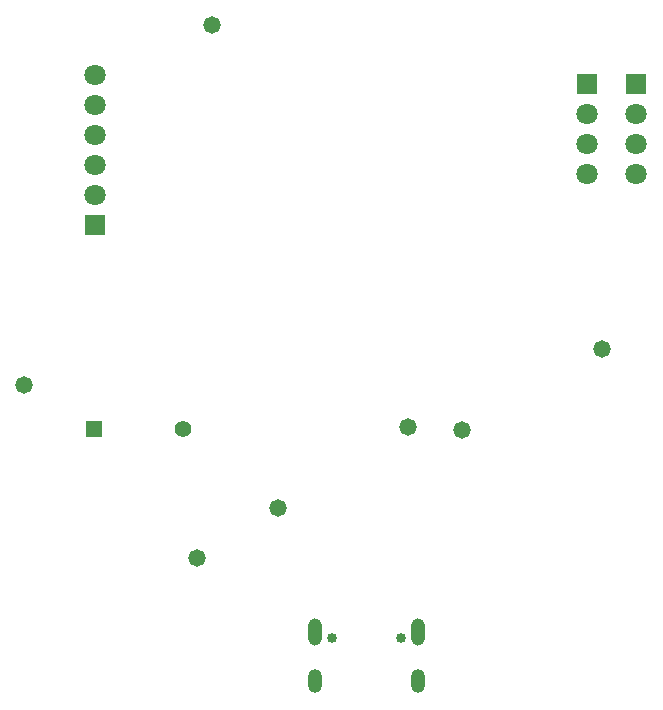
<source format=gbs>
G04*
G04 #@! TF.GenerationSoftware,Altium Limited,Altium Designer,22.1.2 (22)*
G04*
G04 Layer_Color=16711935*
%FSLAX25Y25*%
%MOIN*%
G70*
G04*
G04 #@! TF.SameCoordinates,02DF8324-4ACC-4833-93D7-4F50CCD373BD*
G04*
G04*
G04 #@! TF.FilePolarity,Negative*
G04*
G01*
G75*
%ADD46C,0.03359*%
G04:AMPARAMS|DCode=47|XSize=47.37mil|YSize=78.87mil|CornerRadius=23.68mil|HoleSize=0mil|Usage=FLASHONLY|Rotation=0.000|XOffset=0mil|YOffset=0mil|HoleType=Round|Shape=RoundedRectangle|*
%AMROUNDEDRECTD47*
21,1,0.04737,0.03150,0,0,0.0*
21,1,0.00000,0.07887,0,0,0.0*
1,1,0.04737,0.00000,-0.01575*
1,1,0.04737,0.00000,-0.01575*
1,1,0.04737,0.00000,0.01575*
1,1,0.04737,0.00000,0.01575*
%
%ADD47ROUNDEDRECTD47*%
G04:AMPARAMS|DCode=48|XSize=47.37mil|YSize=90.68mil|CornerRadius=23.68mil|HoleSize=0mil|Usage=FLASHONLY|Rotation=0.000|XOffset=0mil|YOffset=0mil|HoleType=Round|Shape=RoundedRectangle|*
%AMROUNDEDRECTD48*
21,1,0.04737,0.04331,0,0,0.0*
21,1,0.00000,0.09068,0,0,0.0*
1,1,0.04737,0.00000,-0.02165*
1,1,0.04737,0.00000,-0.02165*
1,1,0.04737,0.00000,0.02165*
1,1,0.04737,0.00000,0.02165*
%
%ADD48ROUNDEDRECTD48*%
%ADD49C,0.05512*%
%ADD50R,0.05512X0.05512*%
%ADD51C,0.07099*%
%ADD52R,0.07099X0.07099*%
%ADD53C,0.05800*%
D46*
X370622Y125256D02*
D03*
X393378D02*
D03*
D47*
X399008Y110768D02*
D03*
X364992D02*
D03*
D48*
X399008Y127224D02*
D03*
X364992D02*
D03*
D49*
X320961Y195000D02*
D03*
D50*
X291039D02*
D03*
D51*
X472000Y280000D02*
D03*
Y290000D02*
D03*
Y300000D02*
D03*
X291500Y293000D02*
D03*
Y273000D02*
D03*
Y283000D02*
D03*
Y303000D02*
D03*
Y313000D02*
D03*
X455500Y280000D02*
D03*
Y290000D02*
D03*
Y300000D02*
D03*
D52*
X472000Y310000D02*
D03*
X291500Y263000D02*
D03*
X455500Y310000D02*
D03*
D53*
X396000Y195500D02*
D03*
X414000Y194500D02*
D03*
X268000Y209500D02*
D03*
X325500Y152000D02*
D03*
X330500Y329500D02*
D03*
X460500Y221500D02*
D03*
X352500Y168500D02*
D03*
M02*

</source>
